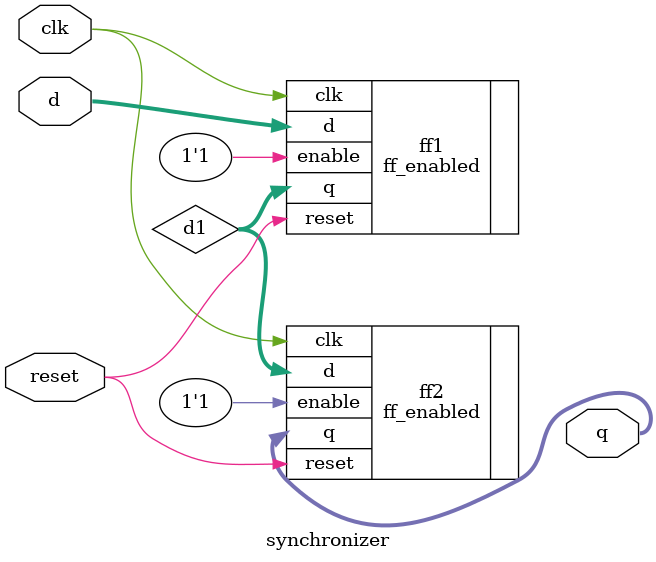
<source format=sv>
/*
Name: Lughnasa Miller
Date: 9/10/25
Email: lumiller@hmc.edu
Description: Simple synchronizer circuit implemented using two flipflops in series
*/
module synchronizer
    #(parameter WIDTH = 8)
    (input logic clk, reset,
     input logic [WIDTH-1:0] d,
     output logic [WIDTH-1:0] q);

    logic [WIDTH-1:0] d1;

    ff_enabled #(.WIDTH(WIDTH)) ff1(.clk(clk), .reset(reset), .enable(1'b1), .d(d), .q(d1));
    ff_enabled #(.WIDTH(WIDTH)) ff2(.clk(clk), .reset(reset), .enable(1'b1), .d(d1), .q(q));

endmodule
</source>
